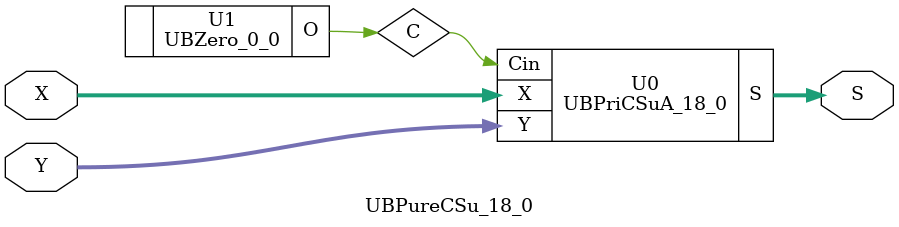
<source format=v>
/*----------------------------------------------------------------------------
  Copyright (c) 2021 Homma laboratory. All rights reserved.

  Top module: UBCSu_18_0_18_0

  Operand-1 length: 19
  Operand-2 length: 19
  Two-operand addition algorithm: Conditional sum adder
----------------------------------------------------------------------------*/

module UBFA_0(C, S, X, Y, Z);
  output C;
  output S;
  input X;
  input Y;
  input Z;
  assign C = ( X & Y ) | ( Y & Z ) | ( Z & X );
  assign S = X ^ Y ^ Z;
endmodule

module UBHCSuB_0_0(C, S, X, Y, Ci);
  output C;
  output S;
  input Ci;
  input X;
  input Y;
  UBFA_0 U0 (C, S, X, Y, Ci);
endmodule

module UBZero_1_1(O);
  output [1:1] O;
  assign O[1] = 0;
endmodule

module UBOne_1(O);
  output O;
  assign O = 1;
endmodule

module UBFA_1(C, S, X, Y, Z);
  output C;
  output S;
  input X;
  input Y;
  input Z;
  assign C = ( X & Y ) | ( Y & Z ) | ( Z & X );
  assign S = X ^ Y ^ Z;
endmodule

module UBCSuB_1_1(C_0, C_1, S_0, S_1, X, Y);
  output C_0;
  output C_1;
  output S_0;
  output S_1;
  input X;
  input Y;
  wire Ci_0;
  wire Ci_1;
  wire Co_0;
  wire Co_1;
  assign C_0 = ( Co_0 & ( ~ Ci_0 ) ) | ( Co_1 & Ci_0 );
  assign C_1 = ( Co_0 & ( ~ Ci_1 ) ) | ( Co_1 & Ci_1 );
  UBZero_1_1 U0 (Ci_0);
  UBOne_1 U1 (Ci_1);
  UBFA_1 U2 (Co_0, S_0, X, Y, Ci_0);
  UBFA_1 U3 (Co_1, S_1, X, Y, Ci_1);
endmodule

module UBHCSuB_1_0(C, S, X, Y, Ci);
  output C;
  output [1:0] S;
  input Ci;
  input [1:0] X;
  input [1:0] Y;
  wire C_0;
  wire C_1;
  wire Co;
  wire S_0;
  wire S_1;
  assign S[1] = ( S_0 & ( ~ Co ) ) | ( S_1 & Co );
  assign C = ( C_0 & ( ~ Co ) ) | ( C_1 & Co );
  UBHCSuB_0_0 U0 (Co, S[0], X[0], Y[0], Ci);
  UBCSuB_1_1 U1 (C_0, C_1, S_0, S_1, X[1], Y[1]);
endmodule

module UBZero_2_2(O);
  output [2:2] O;
  assign O[2] = 0;
endmodule

module UBOne_2(O);
  output O;
  assign O = 1;
endmodule

module UBFA_2(C, S, X, Y, Z);
  output C;
  output S;
  input X;
  input Y;
  input Z;
  assign C = ( X & Y ) | ( Y & Z ) | ( Z & X );
  assign S = X ^ Y ^ Z;
endmodule

module UBCSuB_2_2(C_0, C_1, S_0, S_1, X, Y);
  output C_0;
  output C_1;
  output S_0;
  output S_1;
  input X;
  input Y;
  wire Ci_0;
  wire Ci_1;
  wire Co_0;
  wire Co_1;
  assign C_0 = ( Co_0 & ( ~ Ci_0 ) ) | ( Co_1 & Ci_0 );
  assign C_1 = ( Co_0 & ( ~ Ci_1 ) ) | ( Co_1 & Ci_1 );
  UBZero_2_2 U0 (Ci_0);
  UBOne_2 U1 (Ci_1);
  UBFA_2 U2 (Co_0, S_0, X, Y, Ci_0);
  UBFA_2 U3 (Co_1, S_1, X, Y, Ci_1);
endmodule

module UBHCSuB_2_0(C, S, X, Y, Ci);
  output C;
  output [2:0] S;
  input Ci;
  input [2:0] X;
  input [2:0] Y;
  wire C_0;
  wire C_1;
  wire Co;
  wire S_0;
  wire S_1;
  assign S[2] = ( S_0 & ( ~ Co ) ) | ( S_1 & Co );
  assign C = ( C_0 & ( ~ Co ) ) | ( C_1 & Co );
  UBHCSuB_1_0 U0 (Co, S[1:0], X[1:0], Y[1:0], Ci);
  UBCSuB_2_2 U1 (C_0, C_1, S_0, S_1, X[2], Y[2]);
endmodule

module UBZero_3_3(O);
  output [3:3] O;
  assign O[3] = 0;
endmodule

module UBOne_3(O);
  output O;
  assign O = 1;
endmodule

module UBFA_3(C, S, X, Y, Z);
  output C;
  output S;
  input X;
  input Y;
  input Z;
  assign C = ( X & Y ) | ( Y & Z ) | ( Z & X );
  assign S = X ^ Y ^ Z;
endmodule

module UBCSuB_3_3(C_0, C_1, S_0, S_1, X, Y);
  output C_0;
  output C_1;
  output S_0;
  output S_1;
  input X;
  input Y;
  wire Ci_0;
  wire Ci_1;
  wire Co_0;
  wire Co_1;
  assign C_0 = ( Co_0 & ( ~ Ci_0 ) ) | ( Co_1 & Ci_0 );
  assign C_1 = ( Co_0 & ( ~ Ci_1 ) ) | ( Co_1 & Ci_1 );
  UBZero_3_3 U0 (Ci_0);
  UBOne_3 U1 (Ci_1);
  UBFA_3 U2 (Co_0, S_0, X, Y, Ci_0);
  UBFA_3 U3 (Co_1, S_1, X, Y, Ci_1);
endmodule

module UBZero_4_4(O);
  output [4:4] O;
  assign O[4] = 0;
endmodule

module UBOne_4(O);
  output O;
  assign O = 1;
endmodule

module UBFA_4(C, S, X, Y, Z);
  output C;
  output S;
  input X;
  input Y;
  input Z;
  assign C = ( X & Y ) | ( Y & Z ) | ( Z & X );
  assign S = X ^ Y ^ Z;
endmodule

module UBCSuB_4_4(C_0, C_1, S_0, S_1, X, Y);
  output C_0;
  output C_1;
  output S_0;
  output S_1;
  input X;
  input Y;
  wire Ci_0;
  wire Ci_1;
  wire Co_0;
  wire Co_1;
  assign C_0 = ( Co_0 & ( ~ Ci_0 ) ) | ( Co_1 & Ci_0 );
  assign C_1 = ( Co_0 & ( ~ Ci_1 ) ) | ( Co_1 & Ci_1 );
  UBZero_4_4 U0 (Ci_0);
  UBOne_4 U1 (Ci_1);
  UBFA_4 U2 (Co_0, S_0, X, Y, Ci_0);
  UBFA_4 U3 (Co_1, S_1, X, Y, Ci_1);
endmodule

module UBCSuB_4_3(C_0, C_1, S_0, S_1, X, Y);
  output C_0;
  output C_1;
  output [4:3] S_0;
  output [4:3] S_1;
  input [4:3] X;
  input [4:3] Y;
  wire Ci_0;
  wire Ci_1;
  wire Co_0;
  wire Co_1;
  wire So_0;
  wire So_1;
  assign S_0[4] = ( So_0 & ( ~ Ci_0 ) ) | ( So_1 & Ci_0 );
  assign C_0 = ( Co_0 & ( ~ Ci_0 ) ) | ( Co_1 & Ci_0 );
  assign S_1[4] = ( So_0 & ( ~ Ci_1 ) ) | ( So_1 & Ci_1 );
  assign C_1 = ( Co_0 & ( ~ Ci_1 ) ) | ( Co_1 & Ci_1 );
  UBCSuB_3_3 U0 (Ci_0, Ci_1, S_0[3], S_1[3], X[3], Y[3]);
  UBCSuB_4_4 U1 (Co_0, Co_1, So_0, So_1, X[4], Y[4]);
endmodule

module UBHCSuB_4_0(C, S, X, Y, Ci);
  output C;
  output [4:0] S;
  input Ci;
  input [4:0] X;
  input [4:0] Y;
  wire C_0;
  wire C_1;
  wire Co;
  wire [4:3] S_0;
  wire [4:3] S_1;
  assign S[3] = ( S_0[3] & ( ~ Co ) ) | ( S_1[3] & Co );
  assign S[4] = ( S_0[4] & ( ~ Co ) ) | ( S_1[4] & Co );
  assign C = ( C_0 & ( ~ Co ) ) | ( C_1 & Co );
  UBHCSuB_2_0 U0 (Co, S[2:0], X[2:0], Y[2:0], Ci);
  UBCSuB_4_3 U1 (C_0, C_1, S_0, S_1, X[4:3], Y[4:3]);
endmodule

module UBZero_5_5(O);
  output [5:5] O;
  assign O[5] = 0;
endmodule

module UBOne_5(O);
  output O;
  assign O = 1;
endmodule

module UBFA_5(C, S, X, Y, Z);
  output C;
  output S;
  input X;
  input Y;
  input Z;
  assign C = ( X & Y ) | ( Y & Z ) | ( Z & X );
  assign S = X ^ Y ^ Z;
endmodule

module UBCSuB_5_5(C_0, C_1, S_0, S_1, X, Y);
  output C_0;
  output C_1;
  output S_0;
  output S_1;
  input X;
  input Y;
  wire Ci_0;
  wire Ci_1;
  wire Co_0;
  wire Co_1;
  assign C_0 = ( Co_0 & ( ~ Ci_0 ) ) | ( Co_1 & Ci_0 );
  assign C_1 = ( Co_0 & ( ~ Ci_1 ) ) | ( Co_1 & Ci_1 );
  UBZero_5_5 U0 (Ci_0);
  UBOne_5 U1 (Ci_1);
  UBFA_5 U2 (Co_0, S_0, X, Y, Ci_0);
  UBFA_5 U3 (Co_1, S_1, X, Y, Ci_1);
endmodule

module UBZero_6_6(O);
  output [6:6] O;
  assign O[6] = 0;
endmodule

module UBOne_6(O);
  output O;
  assign O = 1;
endmodule

module UBFA_6(C, S, X, Y, Z);
  output C;
  output S;
  input X;
  input Y;
  input Z;
  assign C = ( X & Y ) | ( Y & Z ) | ( Z & X );
  assign S = X ^ Y ^ Z;
endmodule

module UBCSuB_6_6(C_0, C_1, S_0, S_1, X, Y);
  output C_0;
  output C_1;
  output S_0;
  output S_1;
  input X;
  input Y;
  wire Ci_0;
  wire Ci_1;
  wire Co_0;
  wire Co_1;
  assign C_0 = ( Co_0 & ( ~ Ci_0 ) ) | ( Co_1 & Ci_0 );
  assign C_1 = ( Co_0 & ( ~ Ci_1 ) ) | ( Co_1 & Ci_1 );
  UBZero_6_6 U0 (Ci_0);
  UBOne_6 U1 (Ci_1);
  UBFA_6 U2 (Co_0, S_0, X, Y, Ci_0);
  UBFA_6 U3 (Co_1, S_1, X, Y, Ci_1);
endmodule

module UBCSuB_6_5(C_0, C_1, S_0, S_1, X, Y);
  output C_0;
  output C_1;
  output [6:5] S_0;
  output [6:5] S_1;
  input [6:5] X;
  input [6:5] Y;
  wire Ci_0;
  wire Ci_1;
  wire Co_0;
  wire Co_1;
  wire So_0;
  wire So_1;
  assign S_0[6] = ( So_0 & ( ~ Ci_0 ) ) | ( So_1 & Ci_0 );
  assign C_0 = ( Co_0 & ( ~ Ci_0 ) ) | ( Co_1 & Ci_0 );
  assign S_1[6] = ( So_0 & ( ~ Ci_1 ) ) | ( So_1 & Ci_1 );
  assign C_1 = ( Co_0 & ( ~ Ci_1 ) ) | ( Co_1 & Ci_1 );
  UBCSuB_5_5 U0 (Ci_0, Ci_1, S_0[5], S_1[5], X[5], Y[5]);
  UBCSuB_6_6 U1 (Co_0, Co_1, So_0, So_1, X[6], Y[6]);
endmodule

module UBZero_7_7(O);
  output [7:7] O;
  assign O[7] = 0;
endmodule

module UBOne_7(O);
  output O;
  assign O = 1;
endmodule

module UBFA_7(C, S, X, Y, Z);
  output C;
  output S;
  input X;
  input Y;
  input Z;
  assign C = ( X & Y ) | ( Y & Z ) | ( Z & X );
  assign S = X ^ Y ^ Z;
endmodule

module UBCSuB_7_7(C_0, C_1, S_0, S_1, X, Y);
  output C_0;
  output C_1;
  output S_0;
  output S_1;
  input X;
  input Y;
  wire Ci_0;
  wire Ci_1;
  wire Co_0;
  wire Co_1;
  assign C_0 = ( Co_0 & ( ~ Ci_0 ) ) | ( Co_1 & Ci_0 );
  assign C_1 = ( Co_0 & ( ~ Ci_1 ) ) | ( Co_1 & Ci_1 );
  UBZero_7_7 U0 (Ci_0);
  UBOne_7 U1 (Ci_1);
  UBFA_7 U2 (Co_0, S_0, X, Y, Ci_0);
  UBFA_7 U3 (Co_1, S_1, X, Y, Ci_1);
endmodule

module UBCSuB_7_5(C_0, C_1, S_0, S_1, X, Y);
  output C_0;
  output C_1;
  output [7:5] S_0;
  output [7:5] S_1;
  input [7:5] X;
  input [7:5] Y;
  wire Ci_0;
  wire Ci_1;
  wire Co_0;
  wire Co_1;
  wire [7:7] So_0;
  wire [7:7] So_1;
  assign S_0[7] = ( So_0 & ( ~ Ci_0 ) ) | ( So_1 & Ci_0 );
  assign C_0 = ( Co_0 & ( ~ Ci_0 ) ) | ( Co_1 & Ci_0 );
  assign S_1[7] = ( So_0 & ( ~ Ci_1 ) ) | ( So_1 & Ci_1 );
  assign C_1 = ( Co_0 & ( ~ Ci_1 ) ) | ( Co_1 & Ci_1 );
  UBCSuB_6_5 U0 (Ci_0, Ci_1, S_0[6:5], S_1[6:5], X[6:5], Y[6:5]);
  UBCSuB_7_7 U1 (Co_0, Co_1, So_0, So_1, X[7], Y[7]);
endmodule

module UBZero_8_8(O);
  output [8:8] O;
  assign O[8] = 0;
endmodule

module UBOne_8(O);
  output O;
  assign O = 1;
endmodule

module UBFA_8(C, S, X, Y, Z);
  output C;
  output S;
  input X;
  input Y;
  input Z;
  assign C = ( X & Y ) | ( Y & Z ) | ( Z & X );
  assign S = X ^ Y ^ Z;
endmodule

module UBCSuB_8_8(C_0, C_1, S_0, S_1, X, Y);
  output C_0;
  output C_1;
  output S_0;
  output S_1;
  input X;
  input Y;
  wire Ci_0;
  wire Ci_1;
  wire Co_0;
  wire Co_1;
  assign C_0 = ( Co_0 & ( ~ Ci_0 ) ) | ( Co_1 & Ci_0 );
  assign C_1 = ( Co_0 & ( ~ Ci_1 ) ) | ( Co_1 & Ci_1 );
  UBZero_8_8 U0 (Ci_0);
  UBOne_8 U1 (Ci_1);
  UBFA_8 U2 (Co_0, S_0, X, Y, Ci_0);
  UBFA_8 U3 (Co_1, S_1, X, Y, Ci_1);
endmodule

module UBZero_9_9(O);
  output [9:9] O;
  assign O[9] = 0;
endmodule

module UBOne_9(O);
  output O;
  assign O = 1;
endmodule

module UBFA_9(C, S, X, Y, Z);
  output C;
  output S;
  input X;
  input Y;
  input Z;
  assign C = ( X & Y ) | ( Y & Z ) | ( Z & X );
  assign S = X ^ Y ^ Z;
endmodule

module UBCSuB_9_9(C_0, C_1, S_0, S_1, X, Y);
  output C_0;
  output C_1;
  output S_0;
  output S_1;
  input X;
  input Y;
  wire Ci_0;
  wire Ci_1;
  wire Co_0;
  wire Co_1;
  assign C_0 = ( Co_0 & ( ~ Ci_0 ) ) | ( Co_1 & Ci_0 );
  assign C_1 = ( Co_0 & ( ~ Ci_1 ) ) | ( Co_1 & Ci_1 );
  UBZero_9_9 U0 (Ci_0);
  UBOne_9 U1 (Ci_1);
  UBFA_9 U2 (Co_0, S_0, X, Y, Ci_0);
  UBFA_9 U3 (Co_1, S_1, X, Y, Ci_1);
endmodule

module UBCSuB_9_8(C_0, C_1, S_0, S_1, X, Y);
  output C_0;
  output C_1;
  output [9:8] S_0;
  output [9:8] S_1;
  input [9:8] X;
  input [9:8] Y;
  wire Ci_0;
  wire Ci_1;
  wire Co_0;
  wire Co_1;
  wire So_0;
  wire So_1;
  assign S_0[9] = ( So_0 & ( ~ Ci_0 ) ) | ( So_1 & Ci_0 );
  assign C_0 = ( Co_0 & ( ~ Ci_0 ) ) | ( Co_1 & Ci_0 );
  assign S_1[9] = ( So_0 & ( ~ Ci_1 ) ) | ( So_1 & Ci_1 );
  assign C_1 = ( Co_0 & ( ~ Ci_1 ) ) | ( Co_1 & Ci_1 );
  UBCSuB_8_8 U0 (Ci_0, Ci_1, S_0[8], S_1[8], X[8], Y[8]);
  UBCSuB_9_9 U1 (Co_0, Co_1, So_0, So_1, X[9], Y[9]);
endmodule

module UBCSuB_9_5(C_0, C_1, S_0, S_1, X, Y);
  output C_0;
  output C_1;
  output [9:5] S_0;
  output [9:5] S_1;
  input [9:5] X;
  input [9:5] Y;
  wire Ci_0;
  wire Ci_1;
  wire Co_0;
  wire Co_1;
  wire [9:8] So_0;
  wire [9:8] So_1;
  assign S_0[8] = ( So_0[8] & ( ~ Ci_0 ) ) | ( So_1[8] & Ci_0 );
  assign S_0[9] = ( So_0[9] & ( ~ Ci_0 ) ) | ( So_1[9] & Ci_0 );
  assign C_0 = ( Co_0 & ( ~ Ci_0 ) ) | ( Co_1 & Ci_0 );
  assign S_1[8] = ( So_0[8] & ( ~ Ci_1 ) ) | ( So_1[8] & Ci_1 );
  assign S_1[9] = ( So_0[9] & ( ~ Ci_1 ) ) | ( So_1[9] & Ci_1 );
  assign C_1 = ( Co_0 & ( ~ Ci_1 ) ) | ( Co_1 & Ci_1 );
  UBCSuB_7_5 U0 (Ci_0, Ci_1, S_0[7:5], S_1[7:5], X[7:5], Y[7:5]);
  UBCSuB_9_8 U1 (Co_0, Co_1, So_0, So_1, X[9:8], Y[9:8]);
endmodule

module UBHCSuB_9_0(C, S, X, Y, Ci);
  output C;
  output [9:0] S;
  input Ci;
  input [9:0] X;
  input [9:0] Y;
  wire C_0;
  wire C_1;
  wire Co;
  wire [9:5] S_0;
  wire [9:5] S_1;
  assign S[5] = ( S_0[5] & ( ~ Co ) ) | ( S_1[5] & Co );
  assign S[6] = ( S_0[6] & ( ~ Co ) ) | ( S_1[6] & Co );
  assign S[7] = ( S_0[7] & ( ~ Co ) ) | ( S_1[7] & Co );
  assign S[8] = ( S_0[8] & ( ~ Co ) ) | ( S_1[8] & Co );
  assign S[9] = ( S_0[9] & ( ~ Co ) ) | ( S_1[9] & Co );
  assign C = ( C_0 & ( ~ Co ) ) | ( C_1 & Co );
  UBHCSuB_4_0 U0 (Co, S[4:0], X[4:0], Y[4:0], Ci);
  UBCSuB_9_5 U1 (C_0, C_1, S_0, S_1, X[9:5], Y[9:5]);
endmodule

module UBZero_10_10(O);
  output [10:10] O;
  assign O[10] = 0;
endmodule

module UBOne_10(O);
  output O;
  assign O = 1;
endmodule

module UBFA_10(C, S, X, Y, Z);
  output C;
  output S;
  input X;
  input Y;
  input Z;
  assign C = ( X & Y ) | ( Y & Z ) | ( Z & X );
  assign S = X ^ Y ^ Z;
endmodule

module UBCSuB_10_10(C_0, C_1, S_0, S_1, X, Y);
  output C_0;
  output C_1;
  output S_0;
  output S_1;
  input X;
  input Y;
  wire Ci_0;
  wire Ci_1;
  wire Co_0;
  wire Co_1;
  assign C_0 = ( Co_0 & ( ~ Ci_0 ) ) | ( Co_1 & Ci_0 );
  assign C_1 = ( Co_0 & ( ~ Ci_1 ) ) | ( Co_1 & Ci_1 );
  UBZero_10_10 U0 (Ci_0);
  UBOne_10 U1 (Ci_1);
  UBFA_10 U2 (Co_0, S_0, X, Y, Ci_0);
  UBFA_10 U3 (Co_1, S_1, X, Y, Ci_1);
endmodule

module UBZero_11_11(O);
  output [11:11] O;
  assign O[11] = 0;
endmodule

module UBOne_11(O);
  output O;
  assign O = 1;
endmodule

module UBFA_11(C, S, X, Y, Z);
  output C;
  output S;
  input X;
  input Y;
  input Z;
  assign C = ( X & Y ) | ( Y & Z ) | ( Z & X );
  assign S = X ^ Y ^ Z;
endmodule

module UBCSuB_11_11(C_0, C_1, S_0, S_1, X, Y);
  output C_0;
  output C_1;
  output S_0;
  output S_1;
  input X;
  input Y;
  wire Ci_0;
  wire Ci_1;
  wire Co_0;
  wire Co_1;
  assign C_0 = ( Co_0 & ( ~ Ci_0 ) ) | ( Co_1 & Ci_0 );
  assign C_1 = ( Co_0 & ( ~ Ci_1 ) ) | ( Co_1 & Ci_1 );
  UBZero_11_11 U0 (Ci_0);
  UBOne_11 U1 (Ci_1);
  UBFA_11 U2 (Co_0, S_0, X, Y, Ci_0);
  UBFA_11 U3 (Co_1, S_1, X, Y, Ci_1);
endmodule

module UBCSuB_11_10(C_0, C_1, S_0, S_1, X, Y);
  output C_0;
  output C_1;
  output [11:10] S_0;
  output [11:10] S_1;
  input [11:10] X;
  input [11:10] Y;
  wire Ci_0;
  wire Ci_1;
  wire Co_0;
  wire Co_1;
  wire So_0;
  wire So_1;
  assign S_0[11] = ( So_0 & ( ~ Ci_0 ) ) | ( So_1 & Ci_0 );
  assign C_0 = ( Co_0 & ( ~ Ci_0 ) ) | ( Co_1 & Ci_0 );
  assign S_1[11] = ( So_0 & ( ~ Ci_1 ) ) | ( So_1 & Ci_1 );
  assign C_1 = ( Co_0 & ( ~ Ci_1 ) ) | ( Co_1 & Ci_1 );
  UBCSuB_10_10 U0 (Ci_0, Ci_1, S_0[10], S_1[10], X[10], Y[10]);
  UBCSuB_11_11 U1 (Co_0, Co_1, So_0, So_1, X[11], Y[11]);
endmodule

module UBZero_12_12(O);
  output [12:12] O;
  assign O[12] = 0;
endmodule

module UBOne_12(O);
  output O;
  assign O = 1;
endmodule

module UBFA_12(C, S, X, Y, Z);
  output C;
  output S;
  input X;
  input Y;
  input Z;
  assign C = ( X & Y ) | ( Y & Z ) | ( Z & X );
  assign S = X ^ Y ^ Z;
endmodule

module UBCSuB_12_12(C_0, C_1, S_0, S_1, X, Y);
  output C_0;
  output C_1;
  output S_0;
  output S_1;
  input X;
  input Y;
  wire Ci_0;
  wire Ci_1;
  wire Co_0;
  wire Co_1;
  assign C_0 = ( Co_0 & ( ~ Ci_0 ) ) | ( Co_1 & Ci_0 );
  assign C_1 = ( Co_0 & ( ~ Ci_1 ) ) | ( Co_1 & Ci_1 );
  UBZero_12_12 U0 (Ci_0);
  UBOne_12 U1 (Ci_1);
  UBFA_12 U2 (Co_0, S_0, X, Y, Ci_0);
  UBFA_12 U3 (Co_1, S_1, X, Y, Ci_1);
endmodule

module UBCSuB_12_10(C_0, C_1, S_0, S_1, X, Y);
  output C_0;
  output C_1;
  output [12:10] S_0;
  output [12:10] S_1;
  input [12:10] X;
  input [12:10] Y;
  wire Ci_0;
  wire Ci_1;
  wire Co_0;
  wire Co_1;
  wire [12:12] So_0;
  wire [12:12] So_1;
  assign S_0[12] = ( So_0 & ( ~ Ci_0 ) ) | ( So_1 & Ci_0 );
  assign C_0 = ( Co_0 & ( ~ Ci_0 ) ) | ( Co_1 & Ci_0 );
  assign S_1[12] = ( So_0 & ( ~ Ci_1 ) ) | ( So_1 & Ci_1 );
  assign C_1 = ( Co_0 & ( ~ Ci_1 ) ) | ( Co_1 & Ci_1 );
  UBCSuB_11_10 U0 (Ci_0, Ci_1, S_0[11:10], S_1[11:10], X[11:10], Y[11:10]);
  UBCSuB_12_12 U1 (Co_0, Co_1, So_0, So_1, X[12], Y[12]);
endmodule

module UBZero_13_13(O);
  output [13:13] O;
  assign O[13] = 0;
endmodule

module UBOne_13(O);
  output O;
  assign O = 1;
endmodule

module UBFA_13(C, S, X, Y, Z);
  output C;
  output S;
  input X;
  input Y;
  input Z;
  assign C = ( X & Y ) | ( Y & Z ) | ( Z & X );
  assign S = X ^ Y ^ Z;
endmodule

module UBCSuB_13_13(C_0, C_1, S_0, S_1, X, Y);
  output C_0;
  output C_1;
  output S_0;
  output S_1;
  input X;
  input Y;
  wire Ci_0;
  wire Ci_1;
  wire Co_0;
  wire Co_1;
  assign C_0 = ( Co_0 & ( ~ Ci_0 ) ) | ( Co_1 & Ci_0 );
  assign C_1 = ( Co_0 & ( ~ Ci_1 ) ) | ( Co_1 & Ci_1 );
  UBZero_13_13 U0 (Ci_0);
  UBOne_13 U1 (Ci_1);
  UBFA_13 U2 (Co_0, S_0, X, Y, Ci_0);
  UBFA_13 U3 (Co_1, S_1, X, Y, Ci_1);
endmodule

module UBZero_14_14(O);
  output [14:14] O;
  assign O[14] = 0;
endmodule

module UBOne_14(O);
  output O;
  assign O = 1;
endmodule

module UBFA_14(C, S, X, Y, Z);
  output C;
  output S;
  input X;
  input Y;
  input Z;
  assign C = ( X & Y ) | ( Y & Z ) | ( Z & X );
  assign S = X ^ Y ^ Z;
endmodule

module UBCSuB_14_14(C_0, C_1, S_0, S_1, X, Y);
  output C_0;
  output C_1;
  output S_0;
  output S_1;
  input X;
  input Y;
  wire Ci_0;
  wire Ci_1;
  wire Co_0;
  wire Co_1;
  assign C_0 = ( Co_0 & ( ~ Ci_0 ) ) | ( Co_1 & Ci_0 );
  assign C_1 = ( Co_0 & ( ~ Ci_1 ) ) | ( Co_1 & Ci_1 );
  UBZero_14_14 U0 (Ci_0);
  UBOne_14 U1 (Ci_1);
  UBFA_14 U2 (Co_0, S_0, X, Y, Ci_0);
  UBFA_14 U3 (Co_1, S_1, X, Y, Ci_1);
endmodule

module UBCSuB_14_13(C_0, C_1, S_0, S_1, X, Y);
  output C_0;
  output C_1;
  output [14:13] S_0;
  output [14:13] S_1;
  input [14:13] X;
  input [14:13] Y;
  wire Ci_0;
  wire Ci_1;
  wire Co_0;
  wire Co_1;
  wire So_0;
  wire So_1;
  assign S_0[14] = ( So_0 & ( ~ Ci_0 ) ) | ( So_1 & Ci_0 );
  assign C_0 = ( Co_0 & ( ~ Ci_0 ) ) | ( Co_1 & Ci_0 );
  assign S_1[14] = ( So_0 & ( ~ Ci_1 ) ) | ( So_1 & Ci_1 );
  assign C_1 = ( Co_0 & ( ~ Ci_1 ) ) | ( Co_1 & Ci_1 );
  UBCSuB_13_13 U0 (Ci_0, Ci_1, S_0[13], S_1[13], X[13], Y[13]);
  UBCSuB_14_14 U1 (Co_0, Co_1, So_0, So_1, X[14], Y[14]);
endmodule

module UBCSuB_14_10(C_0, C_1, S_0, S_1, X, Y);
  output C_0;
  output C_1;
  output [14:10] S_0;
  output [14:10] S_1;
  input [14:10] X;
  input [14:10] Y;
  wire Ci_0;
  wire Ci_1;
  wire Co_0;
  wire Co_1;
  wire [14:13] So_0;
  wire [14:13] So_1;
  assign S_0[13] = ( So_0[13] & ( ~ Ci_0 ) ) | ( So_1[13] & Ci_0 );
  assign S_0[14] = ( So_0[14] & ( ~ Ci_0 ) ) | ( So_1[14] & Ci_0 );
  assign C_0 = ( Co_0 & ( ~ Ci_0 ) ) | ( Co_1 & Ci_0 );
  assign S_1[13] = ( So_0[13] & ( ~ Ci_1 ) ) | ( So_1[13] & Ci_1 );
  assign S_1[14] = ( So_0[14] & ( ~ Ci_1 ) ) | ( So_1[14] & Ci_1 );
  assign C_1 = ( Co_0 & ( ~ Ci_1 ) ) | ( Co_1 & Ci_1 );
  UBCSuB_12_10 U0 (Ci_0, Ci_1, S_0[12:10], S_1[12:10], X[12:10], Y[12:10]);
  UBCSuB_14_13 U1 (Co_0, Co_1, So_0, So_1, X[14:13], Y[14:13]);
endmodule

module UBZero_15_15(O);
  output [15:15] O;
  assign O[15] = 0;
endmodule

module UBOne_15(O);
  output O;
  assign O = 1;
endmodule

module UBFA_15(C, S, X, Y, Z);
  output C;
  output S;
  input X;
  input Y;
  input Z;
  assign C = ( X & Y ) | ( Y & Z ) | ( Z & X );
  assign S = X ^ Y ^ Z;
endmodule

module UBCSuB_15_15(C_0, C_1, S_0, S_1, X, Y);
  output C_0;
  output C_1;
  output S_0;
  output S_1;
  input X;
  input Y;
  wire Ci_0;
  wire Ci_1;
  wire Co_0;
  wire Co_1;
  assign C_0 = ( Co_0 & ( ~ Ci_0 ) ) | ( Co_1 & Ci_0 );
  assign C_1 = ( Co_0 & ( ~ Ci_1 ) ) | ( Co_1 & Ci_1 );
  UBZero_15_15 U0 (Ci_0);
  UBOne_15 U1 (Ci_1);
  UBFA_15 U2 (Co_0, S_0, X, Y, Ci_0);
  UBFA_15 U3 (Co_1, S_1, X, Y, Ci_1);
endmodule

module UBZero_16_16(O);
  output [16:16] O;
  assign O[16] = 0;
endmodule

module UBOne_16(O);
  output O;
  assign O = 1;
endmodule

module UBFA_16(C, S, X, Y, Z);
  output C;
  output S;
  input X;
  input Y;
  input Z;
  assign C = ( X & Y ) | ( Y & Z ) | ( Z & X );
  assign S = X ^ Y ^ Z;
endmodule

module UBCSuB_16_16(C_0, C_1, S_0, S_1, X, Y);
  output C_0;
  output C_1;
  output S_0;
  output S_1;
  input X;
  input Y;
  wire Ci_0;
  wire Ci_1;
  wire Co_0;
  wire Co_1;
  assign C_0 = ( Co_0 & ( ~ Ci_0 ) ) | ( Co_1 & Ci_0 );
  assign C_1 = ( Co_0 & ( ~ Ci_1 ) ) | ( Co_1 & Ci_1 );
  UBZero_16_16 U0 (Ci_0);
  UBOne_16 U1 (Ci_1);
  UBFA_16 U2 (Co_0, S_0, X, Y, Ci_0);
  UBFA_16 U3 (Co_1, S_1, X, Y, Ci_1);
endmodule

module UBCSuB_16_15(C_0, C_1, S_0, S_1, X, Y);
  output C_0;
  output C_1;
  output [16:15] S_0;
  output [16:15] S_1;
  input [16:15] X;
  input [16:15] Y;
  wire Ci_0;
  wire Ci_1;
  wire Co_0;
  wire Co_1;
  wire So_0;
  wire So_1;
  assign S_0[16] = ( So_0 & ( ~ Ci_0 ) ) | ( So_1 & Ci_0 );
  assign C_0 = ( Co_0 & ( ~ Ci_0 ) ) | ( Co_1 & Ci_0 );
  assign S_1[16] = ( So_0 & ( ~ Ci_1 ) ) | ( So_1 & Ci_1 );
  assign C_1 = ( Co_0 & ( ~ Ci_1 ) ) | ( Co_1 & Ci_1 );
  UBCSuB_15_15 U0 (Ci_0, Ci_1, S_0[15], S_1[15], X[15], Y[15]);
  UBCSuB_16_16 U1 (Co_0, Co_1, So_0, So_1, X[16], Y[16]);
endmodule

module UBZero_17_17(O);
  output [17:17] O;
  assign O[17] = 0;
endmodule

module UBOne_17(O);
  output O;
  assign O = 1;
endmodule

module UBFA_17(C, S, X, Y, Z);
  output C;
  output S;
  input X;
  input Y;
  input Z;
  assign C = ( X & Y ) | ( Y & Z ) | ( Z & X );
  assign S = X ^ Y ^ Z;
endmodule

module UBCSuB_17_17(C_0, C_1, S_0, S_1, X, Y);
  output C_0;
  output C_1;
  output S_0;
  output S_1;
  input X;
  input Y;
  wire Ci_0;
  wire Ci_1;
  wire Co_0;
  wire Co_1;
  assign C_0 = ( Co_0 & ( ~ Ci_0 ) ) | ( Co_1 & Ci_0 );
  assign C_1 = ( Co_0 & ( ~ Ci_1 ) ) | ( Co_1 & Ci_1 );
  UBZero_17_17 U0 (Ci_0);
  UBOne_17 U1 (Ci_1);
  UBFA_17 U2 (Co_0, S_0, X, Y, Ci_0);
  UBFA_17 U3 (Co_1, S_1, X, Y, Ci_1);
endmodule

module UBZero_18_18(O);
  output [18:18] O;
  assign O[18] = 0;
endmodule

module UBOne_18(O);
  output O;
  assign O = 1;
endmodule

module UBFA_18(C, S, X, Y, Z);
  output C;
  output S;
  input X;
  input Y;
  input Z;
  assign C = ( X & Y ) | ( Y & Z ) | ( Z & X );
  assign S = X ^ Y ^ Z;
endmodule

module UBCSuB_18_18(C_0, C_1, S_0, S_1, X, Y);
  output C_0;
  output C_1;
  output S_0;
  output S_1;
  input X;
  input Y;
  wire Ci_0;
  wire Ci_1;
  wire Co_0;
  wire Co_1;
  assign C_0 = ( Co_0 & ( ~ Ci_0 ) ) | ( Co_1 & Ci_0 );
  assign C_1 = ( Co_0 & ( ~ Ci_1 ) ) | ( Co_1 & Ci_1 );
  UBZero_18_18 U0 (Ci_0);
  UBOne_18 U1 (Ci_1);
  UBFA_18 U2 (Co_0, S_0, X, Y, Ci_0);
  UBFA_18 U3 (Co_1, S_1, X, Y, Ci_1);
endmodule

module UBCSuB_18_17(C_0, C_1, S_0, S_1, X, Y);
  output C_0;
  output C_1;
  output [18:17] S_0;
  output [18:17] S_1;
  input [18:17] X;
  input [18:17] Y;
  wire Ci_0;
  wire Ci_1;
  wire Co_0;
  wire Co_1;
  wire So_0;
  wire So_1;
  assign S_0[18] = ( So_0 & ( ~ Ci_0 ) ) | ( So_1 & Ci_0 );
  assign C_0 = ( Co_0 & ( ~ Ci_0 ) ) | ( Co_1 & Ci_0 );
  assign S_1[18] = ( So_0 & ( ~ Ci_1 ) ) | ( So_1 & Ci_1 );
  assign C_1 = ( Co_0 & ( ~ Ci_1 ) ) | ( Co_1 & Ci_1 );
  UBCSuB_17_17 U0 (Ci_0, Ci_1, S_0[17], S_1[17], X[17], Y[17]);
  UBCSuB_18_18 U1 (Co_0, Co_1, So_0, So_1, X[18], Y[18]);
endmodule

module UBCSuB_18_15(C_0, C_1, S_0, S_1, X, Y);
  output C_0;
  output C_1;
  output [18:15] S_0;
  output [18:15] S_1;
  input [18:15] X;
  input [18:15] Y;
  wire Ci_0;
  wire Ci_1;
  wire Co_0;
  wire Co_1;
  wire [18:17] So_0;
  wire [18:17] So_1;
  assign S_0[17] = ( So_0[17] & ( ~ Ci_0 ) ) | ( So_1[17] & Ci_0 );
  assign S_0[18] = ( So_0[18] & ( ~ Ci_0 ) ) | ( So_1[18] & Ci_0 );
  assign C_0 = ( Co_0 & ( ~ Ci_0 ) ) | ( Co_1 & Ci_0 );
  assign S_1[17] = ( So_0[17] & ( ~ Ci_1 ) ) | ( So_1[17] & Ci_1 );
  assign S_1[18] = ( So_0[18] & ( ~ Ci_1 ) ) | ( So_1[18] & Ci_1 );
  assign C_1 = ( Co_0 & ( ~ Ci_1 ) ) | ( Co_1 & Ci_1 );
  UBCSuB_16_15 U0 (Ci_0, Ci_1, S_0[16:15], S_1[16:15], X[16:15], Y[16:15]);
  UBCSuB_18_17 U1 (Co_0, Co_1, So_0, So_1, X[18:17], Y[18:17]);
endmodule

module UBCSuB_18_10(C_0, C_1, S_0, S_1, X, Y);
  output C_0;
  output C_1;
  output [18:10] S_0;
  output [18:10] S_1;
  input [18:10] X;
  input [18:10] Y;
  wire Ci_0;
  wire Ci_1;
  wire Co_0;
  wire Co_1;
  wire [18:15] So_0;
  wire [18:15] So_1;
  assign S_0[15] = ( So_0[15] & ( ~ Ci_0 ) ) | ( So_1[15] & Ci_0 );
  assign S_0[16] = ( So_0[16] & ( ~ Ci_0 ) ) | ( So_1[16] & Ci_0 );
  assign S_0[17] = ( So_0[17] & ( ~ Ci_0 ) ) | ( So_1[17] & Ci_0 );
  assign S_0[18] = ( So_0[18] & ( ~ Ci_0 ) ) | ( So_1[18] & Ci_0 );
  assign C_0 = ( Co_0 & ( ~ Ci_0 ) ) | ( Co_1 & Ci_0 );
  assign S_1[15] = ( So_0[15] & ( ~ Ci_1 ) ) | ( So_1[15] & Ci_1 );
  assign S_1[16] = ( So_0[16] & ( ~ Ci_1 ) ) | ( So_1[16] & Ci_1 );
  assign S_1[17] = ( So_0[17] & ( ~ Ci_1 ) ) | ( So_1[17] & Ci_1 );
  assign S_1[18] = ( So_0[18] & ( ~ Ci_1 ) ) | ( So_1[18] & Ci_1 );
  assign C_1 = ( Co_0 & ( ~ Ci_1 ) ) | ( Co_1 & Ci_1 );
  UBCSuB_14_10 U0 (Ci_0, Ci_1, S_0[14:10], S_1[14:10], X[14:10], Y[14:10]);
  UBCSuB_18_15 U1 (Co_0, Co_1, So_0, So_1, X[18:15], Y[18:15]);
endmodule

module UBPriCSuA_18_0(S, X, Y, Cin);
  output [19:0] S;
  input Cin;
  input [18:0] X;
  input [18:0] Y;
  wire C_0;
  wire C_1;
  wire Co;
  wire [18:10] S_0;
  wire [18:10] S_1;
  assign S[10] = ( S_0[10] & ( ~ Co ) ) | ( S_1[10] & Co );
  assign S[11] = ( S_0[11] & ( ~ Co ) ) | ( S_1[11] & Co );
  assign S[12] = ( S_0[12] & ( ~ Co ) ) | ( S_1[12] & Co );
  assign S[13] = ( S_0[13] & ( ~ Co ) ) | ( S_1[13] & Co );
  assign S[14] = ( S_0[14] & ( ~ Co ) ) | ( S_1[14] & Co );
  assign S[15] = ( S_0[15] & ( ~ Co ) ) | ( S_1[15] & Co );
  assign S[16] = ( S_0[16] & ( ~ Co ) ) | ( S_1[16] & Co );
  assign S[17] = ( S_0[17] & ( ~ Co ) ) | ( S_1[17] & Co );
  assign S[18] = ( S_0[18] & ( ~ Co ) ) | ( S_1[18] & Co );
  assign S[19] = ( C_0 & ( ~ Co ) ) | ( C_1 & Co );
  UBHCSuB_9_0 U0 (Co, S[9:0], X[9:0], Y[9:0], Cin);
  UBCSuB_18_10 U1 (C_0, C_1, S_0, S_1, X[18:10], Y[18:10]);
endmodule

module UBZero_0_0(O);
  output [0:0] O;
  assign O[0] = 0;
endmodule

module UBCSu_18_0_18_0 (S, X, Y);
  output [19:0] S;
  input [18:0] X;
  input [18:0] Y;
  UBPureCSu_18_0 U0 (S[19:0], X[18:0], Y[18:0]);
endmodule

module UBPureCSu_18_0 (S, X, Y);
  output [19:0] S;
  input [18:0] X;
  input [18:0] Y;
  wire C;
  UBPriCSuA_18_0 U0 (S, X, Y, C);
  UBZero_0_0 U1 (C);
endmodule


</source>
